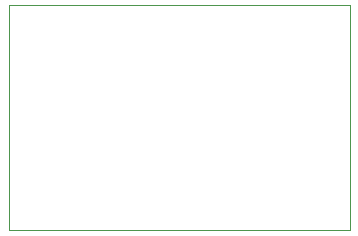
<source format=gko>
G75*
%MOIN*%
%OFA0B0*%
%FSLAX25Y25*%
%IPPOS*%
%LPD*%
%AMOC8*
5,1,8,0,0,1.08239X$1,22.5*
%
%ADD10C,0.00000*%
D10*
X0001000Y0001000D02*
X0001000Y0075961D01*
X0114701Y0075961D01*
X0114701Y0001000D01*
X0001000Y0001000D01*
M02*

</source>
